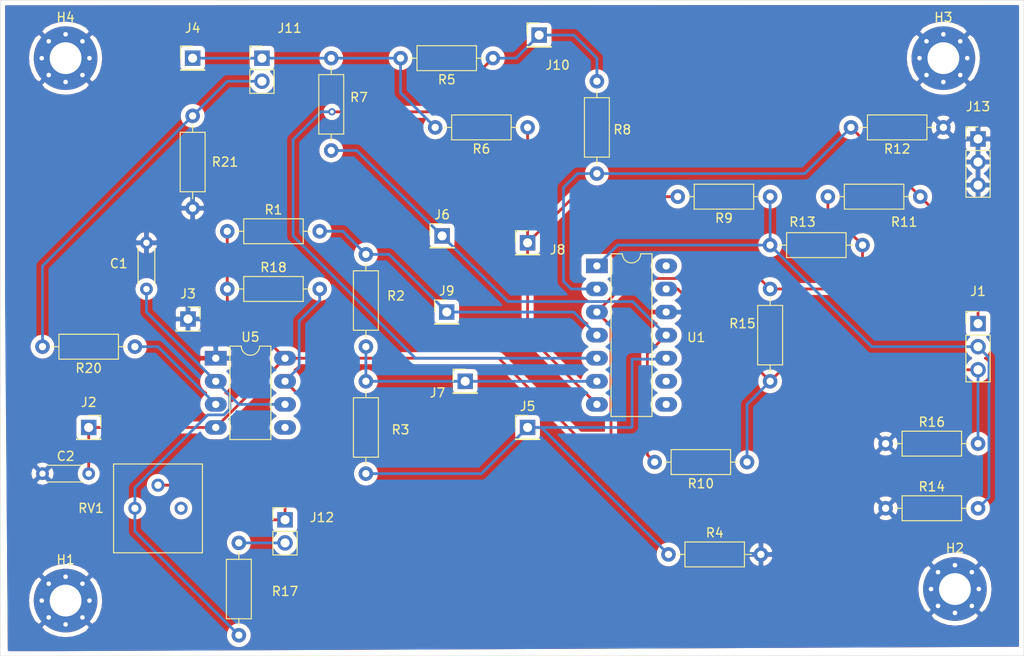
<source format=kicad_pcb>
(kicad_pcb (version 20171130) (host pcbnew "(5.1.6)-1")
  (layers (0 F.Cu signal) (31 B.Cu signal) (34 B.Paste user) (35 F.Paste user) (36 B.SilkS user) (37 F.SilkS user) (38 B.Mask user) (39 F.Mask user) (44 Edge.Cuts user))
  (net 0 "")
  (net 1 "Net-(C1-Pad1)")
  (net 2 GND)
  (net 3 1out)
  (net 4 3out)
  (net 5 5out)
  (net 6 +9V)
  (net 7 Tsig)
  (net 8 "Net-(J5-Pad1)")
  (net 9 "Net-(J6-Pad1)")
  (net 10 "Net-(J7-Pad1)")
  (net 11 "Net-(J8-Pad1)")
  (net 12 "Net-(J9-Pad1)")
  (net 13 "Net-(J10-Pad1)")
  (net 14 "Net-(J11-Pad2)")
  (net 15 "Net-(J12-Pad2)")
  (net 16 "Net-(J12-Pad1)")
  (net 17 "Net-(R20-Pad1)")
  (net 18 "Net-(RV1-Pad1)")
  (net 19 "Net-(U5-Pad5)")
  (module Package_DIP:DIP-8_W7.62mm_LongPads (layer F.Cu) (at 149.86 80.01)
    (fp_text reference U5 (at 3.81 -2.33) (layer F.SilkS))
    (fp_text value NA555P)
    (fp_line (start 6.06 -1.33) (end 4.81 -1.33) (layer F.SilkS) (width 0.12))
    (fp_line (start 6.06 8.95) (end 6.06 -1.33) (layer F.SilkS) (width 0.12))
    (fp_line (start 1.56 8.95) (end 6.06 8.95) (layer F.SilkS) (width 0.12))
    (fp_line (start 1.56 -1.33) (end 1.56 8.95) (layer F.SilkS) (width 0.12))
    (fp_line (start 2.81 -1.33) (end 1.56 -1.33) (layer F.SilkS) (width 0.12))
    (fp_arc (start 3.81 -1.33) (end 2.81 -1.33) (angle -180) (layer F.SilkS) (width 0.12))
    (pad 1 thru_hole rect (at 0 0) (size 2.4 1.6) (drill 0.8) (layers *.Cu *.Mask) (net 2 GND))
    (pad 5 thru_hole oval (at 7.62 7.62) (size 2.4 1.6) (drill 0.8) (layers *.Cu *.Mask) (net 19 "Net-(U5-Pad5)"))
    (pad 2 thru_hole oval (at 0 2.54) (size 2.4 1.6) (drill 0.8) (layers *.Cu *.Mask) (net 1 "Net-(C1-Pad1)"))
    (pad 6 thru_hole oval (at 7.62 5.08) (size 2.4 1.6) (drill 0.8) (layers *.Cu *.Mask) (net 1 "Net-(C1-Pad1)"))
    (pad 3 thru_hole oval (at 0 5.08) (size 2.4 1.6) (drill 0.8) (layers *.Cu *.Mask) (net 17 "Net-(R20-Pad1)"))
    (pad 7 thru_hole oval (at 7.62 2.54) (size 2.4 1.6) (drill 0.8) (layers *.Cu *.Mask) (net 16 "Net-(J12-Pad1)"))
    (pad 4 thru_hole oval (at 0 7.62) (size 2.4 1.6) (drill 0.8) (layers *.Cu *.Mask) (net 6 +9V))
    (pad 8 thru_hole oval (at 7.62 0) (size 2.4 1.6) (drill 0.8) (layers *.Cu *.Mask) (net 6 +9V))
  )
  (module Connector_PinHeader_2.54mm:PinHeader_1x03_P2.54mm_Vertical (layer F.Cu) (at 233.68 55.88)
    (fp_text reference J13 (at 0 -3.556) (layer F.SilkS))
    (fp_text value Conn_01x03)
    (fp_line (start -1.33 -1.33) (end 0 -1.33) (layer F.SilkS) (width 0.12))
    (fp_line (start -1.33 0) (end -1.33 -1.33) (layer F.SilkS) (width 0.12))
    (fp_line (start -1.33 1.27) (end 1.33 1.27) (layer F.SilkS) (width 0.12))
    (fp_line (start 1.33 1.27) (end 1.33 6.41) (layer F.SilkS) (width 0.12))
    (fp_line (start -1.33 1.27) (end -1.33 6.41) (layer F.SilkS) (width 0.12))
    (fp_line (start -1.33 6.41) (end 1.33 6.41) (layer F.SilkS) (width 0.12))
    (pad 1 thru_hole rect (at 0 0) (size 1.7 1.7) (drill 1) (layers *.Cu *.Mask) (net 2 GND))
    (pad 2 thru_hole oval (at 0 2.54) (size 1.7 1.7) (drill 1) (layers *.Cu *.Mask) (net 2 GND))
    (pad 3 thru_hole oval (at 0 5.08) (size 1.7 1.7) (drill 1) (layers *.Cu *.Mask) (net 2 GND))
  )
  (module Resistor_THT:R_Axial_DIN0207_L6.3mm_D2.5mm_P10.16mm_Horizontal (layer F.Cu) (at 151.13 66.04)
    (fp_text reference R1 (at 5.08 -2.37) (layer F.SilkS))
    (fp_text value 150k)
    (fp_line (start 9.12 0) (end 8.35 0) (layer F.SilkS) (width 0.12))
    (fp_line (start 1.04 0) (end 1.81 0) (layer F.SilkS) (width 0.12))
    (fp_line (start 8.35 -1.37) (end 1.81 -1.37) (layer F.SilkS) (width 0.12))
    (fp_line (start 8.35 1.37) (end 8.35 -1.37) (layer F.SilkS) (width 0.12))
    (fp_line (start 1.81 1.37) (end 8.35 1.37) (layer F.SilkS) (width 0.12))
    (fp_line (start 1.81 -1.37) (end 1.81 1.37) (layer F.SilkS) (width 0.12))
    (pad 1 thru_hole circle (at 0 0) (size 1.6 1.6) (drill 0.8) (layers *.Cu *.Mask) (net 6 +9V))
    (pad 2 thru_hole oval (at 10.16 0) (size 1.6 1.6) (drill 0.8) (layers *.Cu *.Mask) (net 12 "Net-(J9-Pad1)"))
  )
  (module Resistor_THT:R_Axial_DIN0204_L3.6mm_D1.6mm_P5.08mm_Horizontal (layer F.Cu) (at 142.24 72.39 90)
    (fp_text reference C1 (at 2.794 -3.048 180) (layer F.SilkS))
    (fp_text value 1micro)
    (fp_line (start 0.62 0.92) (end 4.46 0.92) (layer F.SilkS) (width 0.12))
    (fp_line (start 0.62 -0.92) (end 4.46 -0.92) (layer F.SilkS) (width 0.12))
    (pad 1 thru_hole circle (at 0 0 90) (size 1.4 1.4) (drill 0.7) (layers *.Cu *.Mask) (net 1 "Net-(C1-Pad1)"))
    (pad 2 thru_hole oval (at 5.08 0 90) (size 1.4 1.4) (drill 0.7) (layers *.Cu *.Mask) (net 2 GND))
  )
  (module Connector_PinHeader_2.54mm:PinHeader_1x03_P2.54mm_Vertical (layer F.Cu) (at 233.68 76.2)
    (fp_text reference J1 (at 0 -3.556) (layer F.SilkS))
    (fp_text value Conn_01x03)
    (fp_line (start -1.33 6.41) (end 1.33 6.41) (layer F.SilkS) (width 0.12))
    (fp_line (start -1.33 1.27) (end -1.33 6.41) (layer F.SilkS) (width 0.12))
    (fp_line (start 1.33 1.27) (end 1.33 6.41) (layer F.SilkS) (width 0.12))
    (fp_line (start -1.33 1.27) (end 1.33 1.27) (layer F.SilkS) (width 0.12))
    (fp_line (start -1.33 0) (end -1.33 -1.33) (layer F.SilkS) (width 0.12))
    (fp_line (start -1.33 -1.33) (end 0 -1.33) (layer F.SilkS) (width 0.12))
    (pad 3 thru_hole oval (at 0 5.08) (size 1.7 1.7) (drill 1) (layers *.Cu *.Mask) (net 3 1out))
    (pad 2 thru_hole oval (at 0 2.54) (size 1.7 1.7) (drill 1) (layers *.Cu *.Mask) (net 4 3out))
    (pad 1 thru_hole rect (at 0 0) (size 1.7 1.7) (drill 1) (layers *.Cu *.Mask) (net 5 5out))
  )
  (module Connector_PinSocket_2.54mm:PinSocket_1x01_P2.54mm_Vertical (layer F.Cu) (at 135.89 87.63)
    (fp_text reference J2 (at 0 -2.77) (layer F.SilkS))
    (fp_text value Conn_01x01)
    (fp_line (start 0 -1.33) (end 1.33 -1.33) (layer F.SilkS) (width 0.12))
    (fp_line (start 1.33 -1.33) (end 1.33 0) (layer F.SilkS) (width 0.12))
    (fp_line (start 1.33 1.21) (end 1.33 1.33) (layer F.SilkS) (width 0.12))
    (fp_line (start -1.33 1.21) (end -1.33 1.33) (layer F.SilkS) (width 0.12))
    (fp_line (start -1.33 1.33) (end 1.33 1.33) (layer F.SilkS) (width 0.12))
    (pad 1 thru_hole rect (at 0 0) (size 1.7 1.7) (drill 1) (layers *.Cu *.Mask) (net 6 +9V))
  )
  (module Connector_PinSocket_2.54mm:PinSocket_1x01_P2.54mm_Vertical (layer F.Cu) (at 146.812 75.692)
    (fp_text reference J3 (at 0 -2.77) (layer F.SilkS))
    (fp_text value Conn_01x01)
    (fp_line (start -1.33 1.33) (end 1.33 1.33) (layer F.SilkS) (width 0.12))
    (fp_line (start -1.33 1.21) (end -1.33 1.33) (layer F.SilkS) (width 0.12))
    (fp_line (start 1.33 1.21) (end 1.33 1.33) (layer F.SilkS) (width 0.12))
    (fp_line (start 1.33 -1.33) (end 1.33 0) (layer F.SilkS) (width 0.12))
    (fp_line (start 0 -1.33) (end 1.33 -1.33) (layer F.SilkS) (width 0.12))
    (pad 1 thru_hole rect (at 0 0) (size 1.7 1.7) (drill 1) (layers *.Cu *.Mask) (net 2 GND))
  )
  (module Connector_PinHeader_2.54mm:PinHeader_1x01_P2.54mm_Vertical (layer F.Cu) (at 147.32 46.99)
    (fp_text reference J4 (at 0 -3.302) (layer F.SilkS))
    (fp_text value Conn_01x01)
    (fp_line (start -1.33 -1.33) (end 0 -1.33) (layer F.SilkS) (width 0.12))
    (fp_line (start -1.33 0) (end -1.33 -1.33) (layer F.SilkS) (width 0.12))
    (fp_line (start -1.33 1.27) (end 1.33 1.27) (layer F.SilkS) (width 0.12))
    (fp_line (start 1.33 1.27) (end 1.33 1.33) (layer F.SilkS) (width 0.12))
    (fp_line (start -1.33 1.27) (end -1.33 1.33) (layer F.SilkS) (width 0.12))
    (fp_line (start -1.33 1.33) (end 1.33 1.33) (layer F.SilkS) (width 0.12))
    (pad 1 thru_hole rect (at 0 0) (size 1.7 1.7) (drill 1) (layers *.Cu *.Mask) (net 7 Tsig))
  )
  (module Connector_PinHeader_2.54mm:PinHeader_1x01_P2.54mm_Vertical (layer F.Cu) (at 184.15 87.63)
    (fp_text reference J5 (at 0 -2.33) (layer F.SilkS))
    (fp_text value Conn_01x01)
    (fp_line (start -1.33 -1.33) (end 0 -1.33) (layer F.SilkS) (width 0.12))
    (fp_line (start -1.33 0) (end -1.33 -1.33) (layer F.SilkS) (width 0.12))
    (fp_line (start -1.33 1.27) (end 1.33 1.27) (layer F.SilkS) (width 0.12))
    (fp_line (start 1.33 1.27) (end 1.33 1.33) (layer F.SilkS) (width 0.12))
    (fp_line (start -1.33 1.27) (end -1.33 1.33) (layer F.SilkS) (width 0.12))
    (fp_line (start -1.33 1.33) (end 1.33 1.33) (layer F.SilkS) (width 0.12))
    (pad 1 thru_hole rect (at 0 0) (size 1.7 1.7) (drill 1) (layers *.Cu *.Mask) (net 8 "Net-(J5-Pad1)"))
  )
  (module Connector_PinHeader_2.54mm:PinHeader_1x01_P2.54mm_Vertical (layer F.Cu) (at 174.752 66.548)
    (fp_text reference J6 (at 0 -2.33) (layer F.SilkS))
    (fp_text value Conn_01x01)
    (fp_line (start -1.33 1.33) (end 1.33 1.33) (layer F.SilkS) (width 0.12))
    (fp_line (start -1.33 1.27) (end -1.33 1.33) (layer F.SilkS) (width 0.12))
    (fp_line (start 1.33 1.27) (end 1.33 1.33) (layer F.SilkS) (width 0.12))
    (fp_line (start -1.33 1.27) (end 1.33 1.27) (layer F.SilkS) (width 0.12))
    (fp_line (start -1.33 0) (end -1.33 -1.33) (layer F.SilkS) (width 0.12))
    (fp_line (start -1.33 -1.33) (end 0 -1.33) (layer F.SilkS) (width 0.12))
    (pad 1 thru_hole rect (at 0 0) (size 1.7 1.7) (drill 1) (layers *.Cu *.Mask) (net 9 "Net-(J6-Pad1)"))
  )
  (module Connector_PinHeader_2.54mm:PinHeader_1x01_P2.54mm_Vertical (layer F.Cu) (at 177.292 82.55)
    (fp_text reference J7 (at -3.048 1.27) (layer F.SilkS))
    (fp_text value Conn_01x01)
    (fp_line (start -1.33 1.33) (end 1.33 1.33) (layer F.SilkS) (width 0.12))
    (fp_line (start -1.33 1.27) (end -1.33 1.33) (layer F.SilkS) (width 0.12))
    (fp_line (start 1.33 1.27) (end 1.33 1.33) (layer F.SilkS) (width 0.12))
    (fp_line (start -1.33 1.27) (end 1.33 1.27) (layer F.SilkS) (width 0.12))
    (fp_line (start -1.33 0) (end -1.33 -1.33) (layer F.SilkS) (width 0.12))
    (fp_line (start -1.33 -1.33) (end 0 -1.33) (layer F.SilkS) (width 0.12))
    (pad 1 thru_hole rect (at 0 0) (size 1.7 1.7) (drill 1) (layers *.Cu *.Mask) (net 10 "Net-(J7-Pad1)"))
  )
  (module Connector_PinHeader_2.54mm:PinHeader_1x01_P2.54mm_Vertical (layer F.Cu) (at 184.15 67.31)
    (fp_text reference J8 (at 3.302 0.762) (layer F.SilkS))
    (fp_text value Conn_01x01)
    (fp_line (start -1.33 -1.33) (end 0 -1.33) (layer F.SilkS) (width 0.12))
    (fp_line (start -1.33 0) (end -1.33 -1.33) (layer F.SilkS) (width 0.12))
    (fp_line (start -1.33 1.27) (end 1.33 1.27) (layer F.SilkS) (width 0.12))
    (fp_line (start 1.33 1.27) (end 1.33 1.33) (layer F.SilkS) (width 0.12))
    (fp_line (start -1.33 1.27) (end -1.33 1.33) (layer F.SilkS) (width 0.12))
    (fp_line (start -1.33 1.33) (end 1.33 1.33) (layer F.SilkS) (width 0.12))
    (pad 1 thru_hole rect (at 0 0) (size 1.7 1.7) (drill 1) (layers *.Cu *.Mask) (net 11 "Net-(J8-Pad1)"))
  )
  (module Connector_PinHeader_2.54mm:PinHeader_1x01_P2.54mm_Vertical (layer F.Cu) (at 175.26 74.93)
    (fp_text reference J9 (at 0 -2.33) (layer F.SilkS))
    (fp_text value Conn_01x01)
    (fp_line (start -1.33 -1.33) (end 0 -1.33) (layer F.SilkS) (width 0.12))
    (fp_line (start -1.33 0) (end -1.33 -1.33) (layer F.SilkS) (width 0.12))
    (fp_line (start -1.33 1.27) (end 1.33 1.27) (layer F.SilkS) (width 0.12))
    (fp_line (start 1.33 1.27) (end 1.33 1.33) (layer F.SilkS) (width 0.12))
    (fp_line (start -1.33 1.27) (end -1.33 1.33) (layer F.SilkS) (width 0.12))
    (fp_line (start -1.33 1.33) (end 1.33 1.33) (layer F.SilkS) (width 0.12))
    (pad 1 thru_hole rect (at 0 0) (size 1.7 1.7) (drill 1) (layers *.Cu *.Mask) (net 12 "Net-(J9-Pad1)"))
  )
  (module Connector_PinHeader_2.54mm:PinHeader_1x01_P2.54mm_Vertical (layer F.Cu) (at 185.42 44.45)
    (fp_text reference J10 (at 2.032 3.302) (layer F.SilkS))
    (fp_text value Conn_01x01)
    (fp_line (start -1.33 1.33) (end 1.33 1.33) (layer F.SilkS) (width 0.12))
    (fp_line (start -1.33 1.27) (end -1.33 1.33) (layer F.SilkS) (width 0.12))
    (fp_line (start 1.33 1.27) (end 1.33 1.33) (layer F.SilkS) (width 0.12))
    (fp_line (start -1.33 1.27) (end 1.33 1.27) (layer F.SilkS) (width 0.12))
    (fp_line (start -1.33 0) (end -1.33 -1.33) (layer F.SilkS) (width 0.12))
    (fp_line (start -1.33 -1.33) (end 0 -1.33) (layer F.SilkS) (width 0.12))
    (pad 1 thru_hole rect (at 0 0) (size 1.7 1.7) (drill 1) (layers *.Cu *.Mask) (net 13 "Net-(J10-Pad1)"))
  )
  (module Connector_PinHeader_2.54mm:PinHeader_1x02_P2.54mm_Vertical (layer F.Cu) (at 154.94 46.99)
    (fp_text reference J11 (at 3.048 -3.302) (layer F.SilkS))
    (fp_text value Conn_01x02)
    (fp_line (start -1.33 -1.33) (end 0 -1.33) (layer F.SilkS) (width 0.12))
    (fp_line (start -1.33 0) (end -1.33 -1.33) (layer F.SilkS) (width 0.12))
    (fp_line (start -1.33 1.27) (end 1.33 1.27) (layer F.SilkS) (width 0.12))
    (fp_line (start 1.33 1.27) (end 1.33 3.87) (layer F.SilkS) (width 0.12))
    (fp_line (start -1.33 1.27) (end -1.33 3.87) (layer F.SilkS) (width 0.12))
    (fp_line (start -1.33 3.87) (end 1.33 3.87) (layer F.SilkS) (width 0.12))
    (pad 1 thru_hole rect (at 0 0) (size 1.7 1.7) (drill 1) (layers *.Cu *.Mask) (net 7 Tsig))
    (pad 2 thru_hole oval (at 0 2.54) (size 1.7 1.7) (drill 1) (layers *.Cu *.Mask) (net 14 "Net-(J11-Pad2)"))
  )
  (module Connector_PinHeader_2.54mm:PinHeader_1x02_P2.54mm_Vertical (layer F.Cu) (at 157.48 97.79)
    (fp_text reference J12 (at 4.064 -0.254) (layer F.SilkS))
    (fp_text value Conn_01x02)
    (fp_line (start -1.33 3.87) (end 1.33 3.87) (layer F.SilkS) (width 0.12))
    (fp_line (start -1.33 1.27) (end -1.33 3.87) (layer F.SilkS) (width 0.12))
    (fp_line (start 1.33 1.27) (end 1.33 3.87) (layer F.SilkS) (width 0.12))
    (fp_line (start -1.33 1.27) (end 1.33 1.27) (layer F.SilkS) (width 0.12))
    (fp_line (start -1.33 0) (end -1.33 -1.33) (layer F.SilkS) (width 0.12))
    (fp_line (start -1.33 -1.33) (end 0 -1.33) (layer F.SilkS) (width 0.12))
    (pad 2 thru_hole oval (at 0 2.54) (size 1.7 1.7) (drill 1) (layers *.Cu *.Mask) (net 15 "Net-(J12-Pad2)"))
    (pad 1 thru_hole rect (at 0 0) (size 1.7 1.7) (drill 1) (layers *.Cu *.Mask) (net 16 "Net-(J12-Pad1)"))
  )
  (module Resistor_THT:R_Axial_DIN0207_L6.3mm_D2.5mm_P10.16mm_Horizontal (layer F.Cu) (at 166.37 68.58 270)
    (fp_text reference R2 (at 4.572 -3.302 180) (layer F.SilkS))
    (fp_text value 62k)
    (fp_line (start 9.12 0) (end 8.35 0) (layer F.SilkS) (width 0.12))
    (fp_line (start 1.04 0) (end 1.81 0) (layer F.SilkS) (width 0.12))
    (fp_line (start 8.35 -1.37) (end 1.81 -1.37) (layer F.SilkS) (width 0.12))
    (fp_line (start 8.35 1.37) (end 8.35 -1.37) (layer F.SilkS) (width 0.12))
    (fp_line (start 1.81 1.37) (end 8.35 1.37) (layer F.SilkS) (width 0.12))
    (fp_line (start 1.81 -1.37) (end 1.81 1.37) (layer F.SilkS) (width 0.12))
    (pad 1 thru_hole circle (at 0 0 270) (size 1.6 1.6) (drill 0.8) (layers *.Cu *.Mask) (net 12 "Net-(J9-Pad1)"))
    (pad 2 thru_hole oval (at 10.16 0 270) (size 1.6 1.6) (drill 0.8) (layers *.Cu *.Mask) (net 10 "Net-(J7-Pad1)"))
  )
  (module Resistor_THT:R_Axial_DIN0207_L6.3mm_D2.5mm_P10.16mm_Horizontal (layer F.Cu) (at 166.37 82.55 270)
    (fp_text reference R3 (at 5.334 -3.81 180) (layer F.SilkS))
    (fp_text value 56k)
    (fp_line (start 1.81 -1.37) (end 1.81 1.37) (layer F.SilkS) (width 0.12))
    (fp_line (start 1.81 1.37) (end 8.35 1.37) (layer F.SilkS) (width 0.12))
    (fp_line (start 8.35 1.37) (end 8.35 -1.37) (layer F.SilkS) (width 0.12))
    (fp_line (start 8.35 -1.37) (end 1.81 -1.37) (layer F.SilkS) (width 0.12))
    (fp_line (start 1.04 0) (end 1.81 0) (layer F.SilkS) (width 0.12))
    (fp_line (start 9.12 0) (end 8.35 0) (layer F.SilkS) (width 0.12))
    (pad 2 thru_hole oval (at 10.16 0 270) (size 1.6 1.6) (drill 0.8) (layers *.Cu *.Mask) (net 8 "Net-(J5-Pad1)"))
    (pad 1 thru_hole circle (at 0 0 270) (size 1.6 1.6) (drill 0.8) (layers *.Cu *.Mask) (net 10 "Net-(J7-Pad1)"))
  )
  (module Resistor_THT:R_Axial_DIN0207_L6.3mm_D2.5mm_P10.16mm_Horizontal (layer F.Cu) (at 199.644 101.6)
    (fp_text reference R4 (at 5.08 -2.37) (layer F.SilkS))
    (fp_text value 62k)
    (fp_line (start 9.12 0) (end 8.35 0) (layer F.SilkS) (width 0.12))
    (fp_line (start 1.04 0) (end 1.81 0) (layer F.SilkS) (width 0.12))
    (fp_line (start 8.35 -1.37) (end 1.81 -1.37) (layer F.SilkS) (width 0.12))
    (fp_line (start 8.35 1.37) (end 8.35 -1.37) (layer F.SilkS) (width 0.12))
    (fp_line (start 1.81 1.37) (end 8.35 1.37) (layer F.SilkS) (width 0.12))
    (fp_line (start 1.81 -1.37) (end 1.81 1.37) (layer F.SilkS) (width 0.12))
    (pad 1 thru_hole circle (at 0 0) (size 1.6 1.6) (drill 0.8) (layers *.Cu *.Mask) (net 8 "Net-(J5-Pad1)"))
    (pad 2 thru_hole oval (at 10.16 0) (size 1.6 1.6) (drill 0.8) (layers *.Cu *.Mask) (net 2 GND))
  )
  (module Resistor_THT:R_Axial_DIN0207_L6.3mm_D2.5mm_P10.16mm_Horizontal (layer F.Cu) (at 180.34 46.99 180)
    (fp_text reference R5 (at 5.08 -2.37) (layer F.SilkS))
    (fp_text value 47k)
    (fp_line (start 1.81 -1.37) (end 1.81 1.37) (layer F.SilkS) (width 0.12))
    (fp_line (start 1.81 1.37) (end 8.35 1.37) (layer F.SilkS) (width 0.12))
    (fp_line (start 8.35 1.37) (end 8.35 -1.37) (layer F.SilkS) (width 0.12))
    (fp_line (start 8.35 -1.37) (end 1.81 -1.37) (layer F.SilkS) (width 0.12))
    (fp_line (start 1.04 0) (end 1.81 0) (layer F.SilkS) (width 0.12))
    (fp_line (start 9.12 0) (end 8.35 0) (layer F.SilkS) (width 0.12))
    (pad 2 thru_hole oval (at 10.16 0 180) (size 1.6 1.6) (drill 0.8) (layers *.Cu *.Mask) (net 7 Tsig))
    (pad 1 thru_hole circle (at 0 0 180) (size 1.6 1.6) (drill 0.8) (layers *.Cu *.Mask) (net 13 "Net-(J10-Pad1)"))
  )
  (module Resistor_THT:R_Axial_DIN0207_L6.3mm_D2.5mm_P10.16mm_Horizontal (layer F.Cu) (at 184.15 54.61 180)
    (fp_text reference R6 (at 5.08 -2.37) (layer F.SilkS))
    (fp_text value 68k)
    (fp_line (start 1.81 -1.37) (end 1.81 1.37) (layer F.SilkS) (width 0.12))
    (fp_line (start 1.81 1.37) (end 8.35 1.37) (layer F.SilkS) (width 0.12))
    (fp_line (start 8.35 1.37) (end 8.35 -1.37) (layer F.SilkS) (width 0.12))
    (fp_line (start 8.35 -1.37) (end 1.81 -1.37) (layer F.SilkS) (width 0.12))
    (fp_line (start 1.04 0) (end 1.81 0) (layer F.SilkS) (width 0.12))
    (fp_line (start 9.12 0) (end 8.35 0) (layer F.SilkS) (width 0.12))
    (pad 2 thru_hole oval (at 10.16 0 180) (size 1.6 1.6) (drill 0.8) (layers *.Cu *.Mask) (net 7 Tsig))
    (pad 1 thru_hole circle (at 0 0 180) (size 1.6 1.6) (drill 0.8) (layers *.Cu *.Mask) (net 11 "Net-(J8-Pad1)"))
  )
  (module Resistor_THT:R_Axial_DIN0207_L6.3mm_D2.5mm_P10.16mm_Horizontal (layer F.Cu) (at 162.56 57.15 90)
    (fp_text reference R7 (at 5.842 3.048 180) (layer F.SilkS))
    (fp_text value 160k)
    (fp_line (start 1.81 -1.37) (end 1.81 1.37) (layer F.SilkS) (width 0.12))
    (fp_line (start 1.81 1.37) (end 8.35 1.37) (layer F.SilkS) (width 0.12))
    (fp_line (start 8.35 1.37) (end 8.35 -1.37) (layer F.SilkS) (width 0.12))
    (fp_line (start 8.35 -1.37) (end 1.81 -1.37) (layer F.SilkS) (width 0.12))
    (fp_line (start 1.04 0) (end 1.81 0) (layer F.SilkS) (width 0.12))
    (fp_line (start 9.12 0) (end 8.35 0) (layer F.SilkS) (width 0.12))
    (pad 2 thru_hole oval (at 10.16 0 90) (size 1.6 1.6) (drill 0.8) (layers *.Cu *.Mask) (net 7 Tsig))
    (pad 1 thru_hole circle (at 0 0 90) (size 1.6 1.6) (drill 0.8) (layers *.Cu *.Mask) (net 9 "Net-(J6-Pad1)"))
  )
  (module Resistor_THT:R_Axial_DIN0207_L6.3mm_D2.5mm_P10.16mm_Horizontal (layer F.Cu) (at 191.77 59.69 90)
    (fp_text reference R8 (at 4.826 2.794 180) (layer F.SilkS))
    (fp_text value 1M)
    (fp_line (start 9.12 0) (end 8.35 0) (layer F.SilkS) (width 0.12))
    (fp_line (start 1.04 0) (end 1.81 0) (layer F.SilkS) (width 0.12))
    (fp_line (start 8.35 -1.37) (end 1.81 -1.37) (layer F.SilkS) (width 0.12))
    (fp_line (start 8.35 1.37) (end 8.35 -1.37) (layer F.SilkS) (width 0.12))
    (fp_line (start 1.81 1.37) (end 8.35 1.37) (layer F.SilkS) (width 0.12))
    (fp_line (start 1.81 -1.37) (end 1.81 1.37) (layer F.SilkS) (width 0.12))
    (pad 1 thru_hole circle (at 0 0 90) (size 1.6 1.6) (drill 0.8) (layers *.Cu *.Mask) (net 5 5out))
    (pad 2 thru_hole oval (at 10.16 0 90) (size 1.6 1.6) (drill 0.8) (layers *.Cu *.Mask) (net 13 "Net-(J10-Pad1)"))
  )
  (module Resistor_THT:R_Axial_DIN0207_L6.3mm_D2.5mm_P10.16mm_Horizontal (layer F.Cu) (at 210.82 62.23 180)
    (fp_text reference R9 (at 5.08 -2.37) (layer F.SilkS))
    (fp_text value 1M)
    (fp_line (start 9.12 0) (end 8.35 0) (layer F.SilkS) (width 0.12))
    (fp_line (start 1.04 0) (end 1.81 0) (layer F.SilkS) (width 0.12))
    (fp_line (start 8.35 -1.37) (end 1.81 -1.37) (layer F.SilkS) (width 0.12))
    (fp_line (start 8.35 1.37) (end 8.35 -1.37) (layer F.SilkS) (width 0.12))
    (fp_line (start 1.81 1.37) (end 8.35 1.37) (layer F.SilkS) (width 0.12))
    (fp_line (start 1.81 -1.37) (end 1.81 1.37) (layer F.SilkS) (width 0.12))
    (pad 1 thru_hole circle (at 0 0 180) (size 1.6 1.6) (drill 0.8) (layers *.Cu *.Mask) (net 4 3out))
    (pad 2 thru_hole oval (at 10.16 0 180) (size 1.6 1.6) (drill 0.8) (layers *.Cu *.Mask) (net 11 "Net-(J8-Pad1)"))
  )
  (module Resistor_THT:R_Axial_DIN0207_L6.3mm_D2.5mm_P10.16mm_Horizontal (layer F.Cu) (at 208.28 91.44 180)
    (fp_text reference R10 (at 5.08 -2.37) (layer F.SilkS))
    (fp_text value 1M)
    (fp_line (start 1.81 -1.37) (end 1.81 1.37) (layer F.SilkS) (width 0.12))
    (fp_line (start 1.81 1.37) (end 8.35 1.37) (layer F.SilkS) (width 0.12))
    (fp_line (start 8.35 1.37) (end 8.35 -1.37) (layer F.SilkS) (width 0.12))
    (fp_line (start 8.35 -1.37) (end 1.81 -1.37) (layer F.SilkS) (width 0.12))
    (fp_line (start 1.04 0) (end 1.81 0) (layer F.SilkS) (width 0.12))
    (fp_line (start 9.12 0) (end 8.35 0) (layer F.SilkS) (width 0.12))
    (pad 2 thru_hole oval (at 10.16 0 180) (size 1.6 1.6) (drill 0.8) (layers *.Cu *.Mask) (net 9 "Net-(J6-Pad1)"))
    (pad 1 thru_hole circle (at 0 0 180) (size 1.6 1.6) (drill 0.8) (layers *.Cu *.Mask) (net 3 1out))
  )
  (module Resistor_THT:R_Axial_DIN0207_L6.3mm_D2.5mm_P10.16mm_Horizontal (layer F.Cu) (at 227.33 62.23 180)
    (fp_text reference R11 (at 1.778 -2.794) (layer F.SilkS))
    (fp_text value 16k)
    (fp_line (start 9.12 0) (end 8.35 0) (layer F.SilkS) (width 0.12))
    (fp_line (start 1.04 0) (end 1.81 0) (layer F.SilkS) (width 0.12))
    (fp_line (start 8.35 -1.37) (end 1.81 -1.37) (layer F.SilkS) (width 0.12))
    (fp_line (start 8.35 1.37) (end 8.35 -1.37) (layer F.SilkS) (width 0.12))
    (fp_line (start 1.81 1.37) (end 8.35 1.37) (layer F.SilkS) (width 0.12))
    (fp_line (start 1.81 -1.37) (end 1.81 1.37) (layer F.SilkS) (width 0.12))
    (pad 1 thru_hole circle (at 0 0 180) (size 1.6 1.6) (drill 0.8) (layers *.Cu *.Mask) (net 5 5out))
    (pad 2 thru_hole oval (at 10.16 0 180) (size 1.6 1.6) (drill 0.8) (layers *.Cu *.Mask) (net 6 +9V))
  )
  (module Resistor_THT:R_Axial_DIN0207_L6.3mm_D2.5mm_P10.16mm_Horizontal (layer F.Cu) (at 229.87 54.61 180)
    (fp_text reference R12 (at 5.08 -2.37) (layer F.SilkS))
    (fp_text value 20k)
    (fp_line (start 1.81 -1.37) (end 1.81 1.37) (layer F.SilkS) (width 0.12))
    (fp_line (start 1.81 1.37) (end 8.35 1.37) (layer F.SilkS) (width 0.12))
    (fp_line (start 8.35 1.37) (end 8.35 -1.37) (layer F.SilkS) (width 0.12))
    (fp_line (start 8.35 -1.37) (end 1.81 -1.37) (layer F.SilkS) (width 0.12))
    (fp_line (start 1.04 0) (end 1.81 0) (layer F.SilkS) (width 0.12))
    (fp_line (start 9.12 0) (end 8.35 0) (layer F.SilkS) (width 0.12))
    (pad 2 thru_hole oval (at 10.16 0 180) (size 1.6 1.6) (drill 0.8) (layers *.Cu *.Mask) (net 5 5out))
    (pad 1 thru_hole circle (at 0 0 180) (size 1.6 1.6) (drill 0.8) (layers *.Cu *.Mask) (net 2 GND))
  )
  (module Resistor_THT:R_Axial_DIN0207_L6.3mm_D2.5mm_P10.16mm_Horizontal (layer F.Cu) (at 210.82 67.564)
    (fp_text reference R13 (at 3.556 -2.54) (layer F.SilkS))
    (fp_text value 62k)
    (fp_line (start 9.12 0) (end 8.35 0) (layer F.SilkS) (width 0.12))
    (fp_line (start 1.04 0) (end 1.81 0) (layer F.SilkS) (width 0.12))
    (fp_line (start 8.35 -1.37) (end 1.81 -1.37) (layer F.SilkS) (width 0.12))
    (fp_line (start 8.35 1.37) (end 8.35 -1.37) (layer F.SilkS) (width 0.12))
    (fp_line (start 1.81 1.37) (end 8.35 1.37) (layer F.SilkS) (width 0.12))
    (fp_line (start 1.81 -1.37) (end 1.81 1.37) (layer F.SilkS) (width 0.12))
    (pad 1 thru_hole circle (at 0 0) (size 1.6 1.6) (drill 0.8) (layers *.Cu *.Mask) (net 4 3out))
    (pad 2 thru_hole oval (at 10.16 0) (size 1.6 1.6) (drill 0.8) (layers *.Cu *.Mask) (net 6 +9V))
  )
  (module Resistor_THT:R_Axial_DIN0207_L6.3mm_D2.5mm_P10.16mm_Horizontal (layer F.Cu) (at 223.52 96.52)
    (fp_text reference R14 (at 5.08 -2.37) (layer F.SilkS))
    (fp_text value 36k)
    (fp_line (start 1.81 -1.37) (end 1.81 1.37) (layer F.SilkS) (width 0.12))
    (fp_line (start 1.81 1.37) (end 8.35 1.37) (layer F.SilkS) (width 0.12))
    (fp_line (start 8.35 1.37) (end 8.35 -1.37) (layer F.SilkS) (width 0.12))
    (fp_line (start 8.35 -1.37) (end 1.81 -1.37) (layer F.SilkS) (width 0.12))
    (fp_line (start 1.04 0) (end 1.81 0) (layer F.SilkS) (width 0.12))
    (fp_line (start 9.12 0) (end 8.35 0) (layer F.SilkS) (width 0.12))
    (pad 2 thru_hole oval (at 10.16 0) (size 1.6 1.6) (drill 0.8) (layers *.Cu *.Mask) (net 4 3out))
    (pad 1 thru_hole circle (at 0 0) (size 1.6 1.6) (drill 0.8) (layers *.Cu *.Mask) (net 2 GND))
  )
  (module Resistor_THT:R_Axial_DIN0207_L6.3mm_D2.5mm_P10.16mm_Horizontal (layer F.Cu) (at 210.82 82.55 90)
    (fp_text reference R15 (at 6.35 -3.048 180) (layer F.SilkS))
    (fp_text value 52k)
    (fp_line (start 9.12 0) (end 8.35 0) (layer F.SilkS) (width 0.12))
    (fp_line (start 1.04 0) (end 1.81 0) (layer F.SilkS) (width 0.12))
    (fp_line (start 8.35 -1.37) (end 1.81 -1.37) (layer F.SilkS) (width 0.12))
    (fp_line (start 8.35 1.37) (end 8.35 -1.37) (layer F.SilkS) (width 0.12))
    (fp_line (start 1.81 1.37) (end 8.35 1.37) (layer F.SilkS) (width 0.12))
    (fp_line (start 1.81 -1.37) (end 1.81 1.37) (layer F.SilkS) (width 0.12))
    (pad 1 thru_hole circle (at 0 0 90) (size 1.6 1.6) (drill 0.8) (layers *.Cu *.Mask) (net 3 1out))
    (pad 2 thru_hole oval (at 10.16 0 90) (size 1.6 1.6) (drill 0.8) (layers *.Cu *.Mask) (net 6 +9V))
  )
  (module Resistor_THT:R_Axial_DIN0207_L6.3mm_D2.5mm_P10.16mm_Horizontal (layer F.Cu) (at 223.52 89.408)
    (fp_text reference R16 (at 5.08 -2.37) (layer F.SilkS))
    (fp_text value 13k)
    (fp_line (start 1.81 -1.37) (end 1.81 1.37) (layer F.SilkS) (width 0.12))
    (fp_line (start 1.81 1.37) (end 8.35 1.37) (layer F.SilkS) (width 0.12))
    (fp_line (start 8.35 1.37) (end 8.35 -1.37) (layer F.SilkS) (width 0.12))
    (fp_line (start 8.35 -1.37) (end 1.81 -1.37) (layer F.SilkS) (width 0.12))
    (fp_line (start 1.04 0) (end 1.81 0) (layer F.SilkS) (width 0.12))
    (fp_line (start 9.12 0) (end 8.35 0) (layer F.SilkS) (width 0.12))
    (pad 2 thru_hole oval (at 10.16 0) (size 1.6 1.6) (drill 0.8) (layers *.Cu *.Mask) (net 3 1out))
    (pad 1 thru_hole circle (at 0 0) (size 1.6 1.6) (drill 0.8) (layers *.Cu *.Mask) (net 2 GND))
  )
  (module Resistor_THT:R_Axial_DIN0207_L6.3mm_D2.5mm_P10.16mm_Horizontal (layer F.Cu) (at 152.4 100.33 270)
    (fp_text reference R17 (at 5.334 -5.08 180) (layer F.SilkS))
    (fp_text value 820)
    (fp_line (start 1.81 -1.37) (end 1.81 1.37) (layer F.SilkS) (width 0.12))
    (fp_line (start 1.81 1.37) (end 8.35 1.37) (layer F.SilkS) (width 0.12))
    (fp_line (start 8.35 1.37) (end 8.35 -1.37) (layer F.SilkS) (width 0.12))
    (fp_line (start 8.35 -1.37) (end 1.81 -1.37) (layer F.SilkS) (width 0.12))
    (fp_line (start 1.04 0) (end 1.81 0) (layer F.SilkS) (width 0.12))
    (fp_line (start 9.12 0) (end 8.35 0) (layer F.SilkS) (width 0.12))
    (pad 2 thru_hole oval (at 10.16 0 270) (size 1.6 1.6) (drill 0.8) (layers *.Cu *.Mask) (net 1 "Net-(C1-Pad1)"))
    (pad 1 thru_hole circle (at 0 0 270) (size 1.6 1.6) (drill 0.8) (layers *.Cu *.Mask) (net 15 "Net-(J12-Pad2)"))
  )
  (module Resistor_THT:R_Axial_DIN0207_L6.3mm_D2.5mm_P10.16mm_Horizontal (layer F.Cu) (at 151.13 72.39)
    (fp_text reference R18 (at 5.08 -2.37) (layer F.SilkS))
    (fp_text value 100)
    (fp_line (start 9.12 0) (end 8.35 0) (layer F.SilkS) (width 0.12))
    (fp_line (start 1.04 0) (end 1.81 0) (layer F.SilkS) (width 0.12))
    (fp_line (start 8.35 -1.37) (end 1.81 -1.37) (layer F.SilkS) (width 0.12))
    (fp_line (start 8.35 1.37) (end 8.35 -1.37) (layer F.SilkS) (width 0.12))
    (fp_line (start 1.81 1.37) (end 8.35 1.37) (layer F.SilkS) (width 0.12))
    (fp_line (start 1.81 -1.37) (end 1.81 1.37) (layer F.SilkS) (width 0.12))
    (pad 1 thru_hole circle (at 0 0) (size 1.6 1.6) (drill 0.8) (layers *.Cu *.Mask) (net 6 +9V))
    (pad 2 thru_hole oval (at 10.16 0) (size 1.6 1.6) (drill 0.8) (layers *.Cu *.Mask) (net 16 "Net-(J12-Pad1)"))
  )
  (module Resistor_THT:R_Axial_DIN0207_L6.3mm_D2.5mm_P10.16mm_Horizontal (layer F.Cu) (at 140.97 78.74 180)
    (fp_text reference R20 (at 5.08 -2.37) (layer F.SilkS))
    (fp_text value 1.8k)
    (fp_line (start 9.12 0) (end 8.35 0) (layer F.SilkS) (width 0.12))
    (fp_line (start 1.04 0) (end 1.81 0) (layer F.SilkS) (width 0.12))
    (fp_line (start 8.35 -1.37) (end 1.81 -1.37) (layer F.SilkS) (width 0.12))
    (fp_line (start 8.35 1.37) (end 8.35 -1.37) (layer F.SilkS) (width 0.12))
    (fp_line (start 1.81 1.37) (end 8.35 1.37) (layer F.SilkS) (width 0.12))
    (fp_line (start 1.81 -1.37) (end 1.81 1.37) (layer F.SilkS) (width 0.12))
    (pad 1 thru_hole circle (at 0 0 180) (size 1.6 1.6) (drill 0.8) (layers *.Cu *.Mask) (net 17 "Net-(R20-Pad1)"))
    (pad 2 thru_hole oval (at 10.16 0 180) (size 1.6 1.6) (drill 0.8) (layers *.Cu *.Mask) (net 14 "Net-(J11-Pad2)"))
  )
  (module Resistor_THT:R_Axial_DIN0207_L6.3mm_D2.5mm_P10.16mm_Horizontal (layer F.Cu) (at 147.32 53.34 270)
    (fp_text reference R21 (at 5.08 -3.556 180) (layer F.SilkS))
    (fp_text value 6.98k)
    (fp_line (start 1.81 -1.37) (end 1.81 1.37) (layer F.SilkS) (width 0.12))
    (fp_line (start 1.81 1.37) (end 8.35 1.37) (layer F.SilkS) (width 0.12))
    (fp_line (start 8.35 1.37) (end 8.35 -1.37) (layer F.SilkS) (width 0.12))
    (fp_line (start 8.35 -1.37) (end 1.81 -1.37) (layer F.SilkS) (width 0.12))
    (fp_line (start 1.04 0) (end 1.81 0) (layer F.SilkS) (width 0.12))
    (fp_line (start 9.12 0) (end 8.35 0) (layer F.SilkS) (width 0.12))
    (pad 2 thru_hole oval (at 10.16 0 270) (size 1.6 1.6) (drill 0.8) (layers *.Cu *.Mask) (net 2 GND))
    (pad 1 thru_hole circle (at 0 0 270) (size 1.6 1.6) (drill 0.8) (layers *.Cu *.Mask) (net 14 "Net-(J11-Pad2)"))
  )
  (module Potentiometer_THT:Potentiometer_Bourns_3386P_Vertical (layer F.Cu) (at 146.05 96.52 90)
    (fp_text reference RV1 (at 0 -9.906 180) (layer F.SilkS))
    (fp_text value 100k)
    (fp_line (start 4.87 -7.425) (end 4.87 2.345) (layer F.SilkS) (width 0.12))
    (fp_line (start -4.9 -7.425) (end -4.9 2.345) (layer F.SilkS) (width 0.12))
    (fp_line (start -4.9 2.345) (end 4.87 2.345) (layer F.SilkS) (width 0.12))
    (fp_line (start -4.9 -7.425) (end 4.87 -7.425) (layer F.SilkS) (width 0.12))
    (pad 3 thru_hole circle (at 0 -5.08 90) (size 1.44 1.44) (drill 0.8) (layers *.Cu *.Mask) (net 1 "Net-(C1-Pad1)"))
    (pad 2 thru_hole circle (at 2.54 -2.54 90) (size 1.44 1.44) (drill 0.8) (layers *.Cu *.Mask) (net 16 "Net-(J12-Pad1)"))
    (pad 1 thru_hole circle (at 0 0 90) (size 1.44 1.44) (drill 0.8) (layers *.Cu *.Mask) (net 18 "Net-(RV1-Pad1)"))
  )
  (module Package_DIP:DIP-14_W7.62mm_LongPads (layer F.Cu) (at 191.77 69.85)
    (fp_text reference U1 (at 10.922 7.874) (layer F.SilkS))
    (fp_text value LM339)
    (fp_line (start 6.06 -1.33) (end 4.81 -1.33) (layer F.SilkS) (width 0.12))
    (fp_line (start 6.06 16.57) (end 6.06 -1.33) (layer F.SilkS) (width 0.12))
    (fp_line (start 1.56 16.57) (end 6.06 16.57) (layer F.SilkS) (width 0.12))
    (fp_line (start 1.56 -1.33) (end 1.56 16.57) (layer F.SilkS) (width 0.12))
    (fp_line (start 2.81 -1.33) (end 1.56 -1.33) (layer F.SilkS) (width 0.12))
    (fp_arc (start 3.81 -1.33) (end 2.81 -1.33) (angle -180) (layer F.SilkS) (width 0.12))
    (pad 1 thru_hole rect (at 0 0) (size 2.4 1.6) (drill 0.8) (layers *.Cu *.Mask) (net 4 3out))
    (pad 8 thru_hole oval (at 7.62 15.24) (size 2.4 1.6) (drill 0.8) (layers *.Cu *.Mask))
    (pad 2 thru_hole oval (at 0 2.54) (size 2.4 1.6) (drill 0.8) (layers *.Cu *.Mask) (net 5 5out))
    (pad 9 thru_hole oval (at 7.62 12.7) (size 2.4 1.6) (drill 0.8) (layers *.Cu *.Mask))
    (pad 3 thru_hole oval (at 0 5.08) (size 2.4 1.6) (drill 0.8) (layers *.Cu *.Mask) (net 6 +9V))
    (pad 10 thru_hole oval (at 7.62 10.16) (size 2.4 1.6) (drill 0.8) (layers *.Cu *.Mask) (net 8 "Net-(J5-Pad1)"))
    (pad 4 thru_hole oval (at 0 7.62) (size 2.4 1.6) (drill 0.8) (layers *.Cu *.Mask) (net 12 "Net-(J9-Pad1)"))
    (pad 11 thru_hole oval (at 7.62 7.62) (size 2.4 1.6) (drill 0.8) (layers *.Cu *.Mask) (net 9 "Net-(J6-Pad1)"))
    (pad 5 thru_hole oval (at 0 10.16) (size 2.4 1.6) (drill 0.8) (layers *.Cu *.Mask) (net 13 "Net-(J10-Pad1)"))
    (pad 12 thru_hole oval (at 7.62 5.08) (size 2.4 1.6) (drill 0.8) (layers *.Cu *.Mask) (net 2 GND))
    (pad 6 thru_hole oval (at 0 12.7) (size 2.4 1.6) (drill 0.8) (layers *.Cu *.Mask) (net 10 "Net-(J7-Pad1)"))
    (pad 13 thru_hole oval (at 7.62 2.54) (size 2.4 1.6) (drill 0.8) (layers *.Cu *.Mask) (net 3 1out))
    (pad 7 thru_hole oval (at 0 15.24) (size 2.4 1.6) (drill 0.8) (layers *.Cu *.Mask) (net 11 "Net-(J8-Pad1)"))
    (pad 14 thru_hole oval (at 7.62 0) (size 2.4 1.6) (drill 0.8) (layers *.Cu *.Mask))
  )
  (module Resistor_THT:R_Axial_DIN0204_L3.6mm_D1.6mm_P5.08mm_Horizontal (layer F.Cu) (at 130.81 92.71)
    (fp_text reference C2 (at 2.54 -1.92) (layer F.SilkS))
    (fp_text value 1micro)
    (fp_line (start 0.62 -0.92) (end 4.46 -0.92) (layer F.SilkS) (width 0.12))
    (fp_line (start 0.62 0.92) (end 4.46 0.92) (layer F.SilkS) (width 0.12))
    (pad 1 thru_hole circle (at 0 0) (size 1.4 1.4) (drill 0.7) (layers *.Cu *.Mask) (net 2 GND))
    (pad 2 thru_hole oval (at 5.08 0) (size 1.4 1.4) (drill 0.7) (layers *.Cu *.Mask) (net 6 +9V))
  )
  (module MountingHole:MountingHole_3.5mm_Pad_Via (layer F.Cu) (at 133.35 106.68)
    (fp_text reference H1 (at 0 -4.5) (layer F.SilkS))
    (fp_text value MountingHole_Pad)
    (pad 1 thru_hole circle (at 0 0) (size 7 7) (drill 3.5) (layers *.Cu *.Mask) (net 2 GND))
    (pad 1 thru_hole circle (at 2.625 0) (size 0.8 0.8) (drill 0.5) (layers *.Cu *.Mask) (net 2 GND))
    (pad 1 thru_hole circle (at 1.856155 1.856155) (size 0.8 0.8) (drill 0.5) (layers *.Cu *.Mask) (net 2 GND))
    (pad 1 thru_hole circle (at 0 2.625) (size 0.8 0.8) (drill 0.5) (layers *.Cu *.Mask) (net 2 GND))
    (pad 1 thru_hole circle (at -1.856155 1.856155) (size 0.8 0.8) (drill 0.5) (layers *.Cu *.Mask) (net 2 GND))
    (pad 1 thru_hole circle (at -2.625 0) (size 0.8 0.8) (drill 0.5) (layers *.Cu *.Mask) (net 2 GND))
    (pad 1 thru_hole circle (at -1.856155 -1.856155) (size 0.8 0.8) (drill 0.5) (layers *.Cu *.Mask) (net 2 GND))
    (pad 1 thru_hole circle (at 0 -2.625) (size 0.8 0.8) (drill 0.5) (layers *.Cu *.Mask) (net 2 GND))
    (pad 1 thru_hole circle (at 1.856155 -1.856155) (size 0.8 0.8) (drill 0.5) (layers *.Cu *.Mask) (net 2 GND))
  )
  (module MountingHole:MountingHole_3.5mm_Pad_Via (layer F.Cu) (at 231.14 105.41)
    (fp_text reference H2 (at 0 -4.5) (layer F.SilkS))
    (fp_text value MountingHole_Pad)
    (pad 1 thru_hole circle (at 1.856155 -1.856155) (size 0.8 0.8) (drill 0.5) (layers *.Cu *.Mask) (net 2 GND))
    (pad 1 thru_hole circle (at 0 -2.625) (size 0.8 0.8) (drill 0.5) (layers *.Cu *.Mask) (net 2 GND))
    (pad 1 thru_hole circle (at -1.856155 -1.856155) (size 0.8 0.8) (drill 0.5) (layers *.Cu *.Mask) (net 2 GND))
    (pad 1 thru_hole circle (at -2.625 0) (size 0.8 0.8) (drill 0.5) (layers *.Cu *.Mask) (net 2 GND))
    (pad 1 thru_hole circle (at -1.856155 1.856155) (size 0.8 0.8) (drill 0.5) (layers *.Cu *.Mask) (net 2 GND))
    (pad 1 thru_hole circle (at 0 2.625) (size 0.8 0.8) (drill 0.5) (layers *.Cu *.Mask) (net 2 GND))
    (pad 1 thru_hole circle (at 1.856155 1.856155) (size 0.8 0.8) (drill 0.5) (layers *.Cu *.Mask) (net 2 GND))
    (pad 1 thru_hole circle (at 2.625 0) (size 0.8 0.8) (drill 0.5) (layers *.Cu *.Mask) (net 2 GND))
    (pad 1 thru_hole circle (at 0 0) (size 7 7) (drill 3.5) (layers *.Cu *.Mask) (net 2 GND))
  )
  (module MountingHole:MountingHole_3.5mm_Pad_Via (layer F.Cu) (at 229.87 46.99)
    (fp_text reference H3 (at 0 -4.5) (layer F.SilkS))
    (fp_text value MountingHole_Pad)
    (pad 1 thru_hole circle (at 0 0) (size 7 7) (drill 3.5) (layers *.Cu *.Mask) (net 2 GND))
    (pad 1 thru_hole circle (at 2.625 0) (size 0.8 0.8) (drill 0.5) (layers *.Cu *.Mask) (net 2 GND))
    (pad 1 thru_hole circle (at 1.856155 1.856155) (size 0.8 0.8) (drill 0.5) (layers *.Cu *.Mask) (net 2 GND))
    (pad 1 thru_hole circle (at 0 2.625) (size 0.8 0.8) (drill 0.5) (layers *.Cu *.Mask) (net 2 GND))
    (pad 1 thru_hole circle (at -1.856155 1.856155) (size 0.8 0.8) (drill 0.5) (layers *.Cu *.Mask) (net 2 GND))
    (pad 1 thru_hole circle (at -2.625 0) (size 0.8 0.8) (drill 0.5) (layers *.Cu *.Mask) (net 2 GND))
    (pad 1 thru_hole circle (at -1.856155 -1.856155) (size 0.8 0.8) (drill 0.5) (layers *.Cu *.Mask) (net 2 GND))
    (pad 1 thru_hole circle (at 0 -2.625) (size 0.8 0.8) (drill 0.5) (layers *.Cu *.Mask) (net 2 GND))
    (pad 1 thru_hole circle (at 1.856155 -1.856155) (size 0.8 0.8) (drill 0.5) (layers *.Cu *.Mask) (net 2 GND))
  )
  (module MountingHole:MountingHole_3.5mm_Pad_Via (layer F.Cu) (at 133.35 46.99)
    (fp_text reference H4 (at 0 -4.5) (layer F.SilkS))
    (fp_text value MountingHole_Pad)
    (pad 1 thru_hole circle (at 1.856155 -1.856155) (size 0.8 0.8) (drill 0.5) (layers *.Cu *.Mask) (net 2 GND))
    (pad 1 thru_hole circle (at 0 -2.625) (size 0.8 0.8) (drill 0.5) (layers *.Cu *.Mask) (net 2 GND))
    (pad 1 thru_hole circle (at -1.856155 -1.856155) (size 0.8 0.8) (drill 0.5) (layers *.Cu *.Mask) (net 2 GND))
    (pad 1 thru_hole circle (at -2.625 0) (size 0.8 0.8) (drill 0.5) (layers *.Cu *.Mask) (net 2 GND))
    (pad 1 thru_hole circle (at -1.856155 1.856155) (size 0.8 0.8) (drill 0.5) (layers *.Cu *.Mask) (net 2 GND))
    (pad 1 thru_hole circle (at 0 2.625) (size 0.8 0.8) (drill 0.5) (layers *.Cu *.Mask) (net 2 GND))
    (pad 1 thru_hole circle (at 1.856155 1.856155) (size 0.8 0.8) (drill 0.5) (layers *.Cu *.Mask) (net 2 GND))
    (pad 1 thru_hole circle (at 2.625 0) (size 0.8 0.8) (drill 0.5) (layers *.Cu *.Mask) (net 2 GND))
    (pad 1 thru_hole circle (at 0 0) (size 7 7) (drill 3.5) (layers *.Cu *.Mask) (net 2 GND))
  )
  (gr_line (start 238.7219 40.6146) (end 126.1618 40.64) (layer Edge.Cuts) (width 0.05))
  (gr_line (start 126.1618 112.776) (end 238.7219 112.7506) (layer Edge.Cuts) (width 0.05))
  (gr_line (start 238.7219 112.7506) (end 238.7219 40.6146) (layer Edge.Cuts) (width 0.05))
  (gr_line (start 126.1618 40.64) (end 126.1618 112.776) (layer Edge.Cuts) (width 0.05))
  (segment (start 142.24 74.93) (end 149.86 82.55) (width 0.3048) (layer B.Cu) (net 1))
  (segment (start 142.24 72.39) (end 142.24 74.93) (width 0.3048) (layer B.Cu) (net 1))
  (segment (start 140.97 99.06) (end 152.4 110.49) (width 0.3048) (layer B.Cu) (net 1))
  (segment (start 140.97 96.52) (end 140.97 99.06) (width 0.3048) (layer B.Cu) (net 1))
  (segment (start 151.41561 84.10561) (end 149.86 82.55) (width 0.3048) (layer B.Cu) (net 1))
  (segment (start 151.41561 85.568669) (end 151.41561 84.10561) (width 0.3048) (layer B.Cu) (net 1))
  (segment (start 150.738669 86.24561) (end 151.41561 85.568669) (width 0.3048) (layer B.Cu) (net 1))
  (segment (start 148.981331 86.24561) (end 150.738669 86.24561) (width 0.3048) (layer B.Cu) (net 1))
  (segment (start 140.97 94.256941) (end 148.981331 86.24561) (width 0.3048) (layer B.Cu) (net 1))
  (segment (start 140.97 96.52) (end 140.97 94.256941) (width 0.3048) (layer B.Cu) (net 1))
  (segment (start 152.4 85.09) (end 151.41561 84.10561) (width 0.3048) (layer B.Cu) (net 1))
  (segment (start 157.48 85.09) (end 152.4 85.09) (width 0.3048) (layer B.Cu) (net 1))
  (segment (start 208.28 85.09) (end 210.82 82.55) (width 0.3048) (layer B.Cu) (net 3))
  (segment (start 208.28 91.44) (end 208.28 85.09) (width 0.3048) (layer B.Cu) (net 3))
  (segment (start 200.66 72.39) (end 210.82 82.55) (width 0.3048) (layer F.Cu) (net 3))
  (segment (start 199.39 72.39) (end 200.66 72.39) (width 0.3048) (layer F.Cu) (net 3))
  (segment (start 212.09 81.28) (end 210.82 82.55) (width 0.3048) (layer F.Cu) (net 3))
  (segment (start 233.68 81.28) (end 212.09 81.28) (width 0.3048) (layer F.Cu) (net 3))
  (segment (start 233.68 89.408) (end 233.68 81.28) (width 0.3048) (layer B.Cu) (net 3))
  (segment (start 210.82 62.23) (end 210.82 67.31) (width 0.3048) (layer B.Cu) (net 4))
  (segment (start 221.996 78.74) (end 210.82 67.564) (width 0.3048) (layer B.Cu) (net 4))
  (segment (start 233.68 78.74) (end 221.996 78.74) (width 0.3048) (layer B.Cu) (net 4))
  (segment (start 194.056 67.564) (end 191.77 69.85) (width 0.3048) (layer B.Cu) (net 4))
  (segment (start 210.82 67.564) (end 194.056 67.564) (width 0.3048) (layer B.Cu) (net 4))
  (segment (start 234.885601 79.945601) (end 233.68 78.74) (width 0.3048) (layer B.Cu) (net 4))
  (segment (start 234.885601 95.314399) (end 234.885601 79.945601) (width 0.3048) (layer B.Cu) (net 4))
  (segment (start 233.68 96.52) (end 234.885601 95.314399) (width 0.3048) (layer B.Cu) (net 4))
  (segment (start 214.63 59.69) (end 219.71 54.61) (width 0.3048) (layer B.Cu) (net 5))
  (segment (start 191.77 59.69) (end 214.63 59.69) (width 0.3048) (layer B.Cu) (net 5))
  (segment (start 188.0997 71.5518) (end 188.9379 72.39) (width 0.3048) (layer B.Cu) (net 5))
  (segment (start 188.0997 61.226402) (end 188.0997 71.5518) (width 0.3048) (layer B.Cu) (net 5))
  (segment (start 188.9379 72.39) (end 191.77 72.39) (width 0.3048) (layer B.Cu) (net 5))
  (segment (start 191.77 59.69) (end 189.636102 59.69) (width 0.3048) (layer B.Cu) (net 5))
  (segment (start 189.636102 59.69) (end 188.0997 61.226402) (width 0.3048) (layer B.Cu) (net 5))
  (segment (start 227.33 62.23) (end 219.71 54.61) (width 0.3048) (layer F.Cu) (net 5))
  (segment (start 233.68 68.58) (end 227.33 62.23) (width 0.3048) (layer F.Cu) (net 5))
  (segment (start 233.68 76.2) (end 233.68 68.58) (width 0.3048) (layer F.Cu) (net 5))
  (segment (start 220.98 67.564) (end 220.98 69.088) (width 0.3048) (layer F.Cu) (net 6))
  (segment (start 217.678 72.39) (end 210.82 72.39) (width 0.3048) (layer F.Cu) (net 6))
  (segment (start 220.98 69.088) (end 217.678 72.39) (width 0.3048) (layer F.Cu) (net 6))
  (segment (start 195.46561 71.23439) (end 191.77 74.93) (width 0.3048) (layer F.Cu) (net 6))
  (segment (start 209.66439 71.23439) (end 195.46561 71.23439) (width 0.3048) (layer F.Cu) (net 6))
  (segment (start 210.82 72.39) (end 209.66439 71.23439) (width 0.3048) (layer F.Cu) (net 6))
  (segment (start 149.86 87.63) (end 135.89 87.63) (width 0.3048) (layer F.Cu) (net 6))
  (segment (start 135.89 87.63) (end 135.89 92.71) (width 0.3048) (layer F.Cu) (net 6))
  (segment (start 157.48 80.01) (end 149.86 87.63) (width 0.3048) (layer F.Cu) (net 6))
  (segment (start 151.13 73.66) (end 157.48 80.01) (width 0.3048) (layer F.Cu) (net 6))
  (segment (start 151.13 72.39) (end 151.13 73.66) (width 0.3048) (layer F.Cu) (net 6))
  (segment (start 151.13 72.39) (end 151.13 66.04) (width 0.3048) (layer F.Cu) (net 6))
  (segment (start 180.975 80.01) (end 189.7253 88.7603) (width 0.3048) (layer F.Cu) (net 6))
  (segment (start 193.32561 76.48561) (end 191.77 74.93) (width 0.3048) (layer F.Cu) (net 6))
  (segment (start 189.7253 88.7603) (end 193.2051 88.7603) (width 0.3048) (layer F.Cu) (net 6))
  (segment (start 157.48 80.01) (end 180.975 80.01) (width 0.3048) (layer F.Cu) (net 6))
  (segment (start 193.2051 88.7603) (end 193.32561 88.63979) (width 0.3048) (layer F.Cu) (net 6))
  (segment (start 193.32561 88.63979) (end 193.32561 76.48561) (width 0.3048) (layer F.Cu) (net 6))
  (segment (start 217.17 63.754) (end 220.98 67.564) (width 0.3048) (layer F.Cu) (net 6))
  (segment (start 217.17 62.23) (end 217.17 63.754) (width 0.3048) (layer F.Cu) (net 6))
  (segment (start 147.32 46.99) (end 170.18 46.99) (width 0.3048) (layer B.Cu) (net 7))
  (segment (start 170.18 50.8) (end 173.99 54.61) (width 0.3048) (layer B.Cu) (net 7))
  (segment (start 170.18 46.99) (end 170.18 50.8) (width 0.3048) (layer B.Cu) (net 7))
  (segment (start 179.07 92.71) (end 184.15 87.63) (width 0.3048) (layer B.Cu) (net 8))
  (segment (start 166.37 92.71) (end 179.07 92.71) (width 0.3048) (layer B.Cu) (net 8))
  (segment (start 198.884279 80.01) (end 199.39 80.01) (width 0.3048) (layer B.Cu) (net 8))
  (segment (start 185.674 87.63) (end 199.644 101.6) (width 0.3048) (layer B.Cu) (net 8))
  (segment (start 184.15 87.63) (end 185.674 87.63) (width 0.3048) (layer B.Cu) (net 8))
  (segment (start 199.2884 80.1116) (end 199.39 80.01) (width 0.3048) (layer B.Cu) (net 8))
  (segment (start 195.6435 80.1116) (end 199.2884 80.1116) (width 0.3048) (layer B.Cu) (net 8))
  (segment (start 195.6435 87.5538) (end 195.6435 80.1116) (width 0.3048) (layer B.Cu) (net 8))
  (segment (start 184.15 87.63) (end 195.5673 87.63) (width 0.3048) (layer B.Cu) (net 8))
  (segment (start 195.5673 87.63) (end 195.6435 87.5538) (width 0.3048) (layer B.Cu) (net 8))
  (segment (start 197.320001 79.539999) (end 199.39 77.47) (width 0.3048) (layer F.Cu) (net 9))
  (segment (start 197.320001 90.640001) (end 197.320001 79.539999) (width 0.3048) (layer F.Cu) (net 9))
  (segment (start 198.12 91.44) (end 197.320001 90.640001) (width 0.3048) (layer F.Cu) (net 9))
  (segment (start 165.354 57.15) (end 174.752 66.548) (width 0.3048) (layer B.Cu) (net 9))
  (segment (start 162.56 57.15) (end 165.354 57.15) (width 0.3048) (layer B.Cu) (net 9))
  (segment (start 181.97839 73.77439) (end 195.69439 73.77439) (width 0.3048) (layer B.Cu) (net 9))
  (segment (start 195.69439 73.77439) (end 199.39 77.47) (width 0.3048) (layer B.Cu) (net 9))
  (segment (start 174.752 66.548) (end 181.97839 73.77439) (width 0.3048) (layer B.Cu) (net 9))
  (segment (start 166.37 78.74) (end 166.37 82.55) (width 0.3048) (layer B.Cu) (net 10))
  (segment (start 166.37 82.55) (end 191.77 82.55) (width 0.3048) (layer B.Cu) (net 10))
  (segment (start 184.15 54.61) (end 184.15 58.166) (width 0.3048) (layer F.Cu) (net 11))
  (segment (start 184.15 58.166) (end 184.15 67.31) (width 0.3048) (layer F.Cu) (net 11))
  (segment (start 184.15 77.47) (end 184.15 67.31) (width 0.3048) (layer F.Cu) (net 11))
  (segment (start 191.77 85.09) (end 184.15 77.47) (width 0.3048) (layer F.Cu) (net 11))
  (segment (start 189.23 62.23) (end 184.15 67.31) (width 0.3048) (layer F.Cu) (net 11))
  (segment (start 200.66 62.23) (end 189.23 62.23) (width 0.3048) (layer F.Cu) (net 11))
  (segment (start 163.83 66.04) (end 166.37 68.58) (width 0.3048) (layer B.Cu) (net 12))
  (segment (start 161.29 66.04) (end 163.83 66.04) (width 0.3048) (layer B.Cu) (net 12))
  (segment (start 168.91 68.58) (end 175.26 74.93) (width 0.3048) (layer B.Cu) (net 12))
  (segment (start 166.37 68.58) (end 168.91 68.58) (width 0.3048) (layer B.Cu) (net 12))
  (segment (start 189.23 74.93) (end 191.77 77.47) (width 0.3048) (layer B.Cu) (net 12))
  (segment (start 175.26 74.93) (end 189.23 74.93) (width 0.3048) (layer B.Cu) (net 12))
  (segment (start 182.88 46.99) (end 185.42 44.45) (width 0.3048) (layer B.Cu) (net 13))
  (segment (start 180.34 46.99) (end 182.88 46.99) (width 0.3048) (layer B.Cu) (net 13))
  (segment (start 185.42 44.45) (end 189.23 44.45) (width 0.3048) (layer B.Cu) (net 13))
  (segment (start 191.77 46.99) (end 191.77 49.53) (width 0.3048) (layer B.Cu) (net 13))
  (segment (start 189.23 44.45) (end 191.77 46.99) (width 0.3048) (layer B.Cu) (net 13))
  (segment (start 173.54971 80.01) (end 191.77 80.01) (width 0.3048) (layer B.Cu) (net 13))
  (segment (start 158.402989 66.594689) (end 171.8183 80.01) (width 0.3048) (layer B.Cu) (net 13))
  (segment (start 158.369 57.780522) (end 158.369 66.5099) (width 0.3048) (layer B.Cu) (net 13))
  (segment (start 158.369 57.780522) (end 158.369 55.9562) (width 0.3048) (layer B.Cu) (net 13))
  (via (at 162.6362 52.8955) (size 0.8) (drill 0.4) (layers F.Cu B.Cu) (net 13))
  (segment (start 158.369 55.9562) (end 161.4297 52.8955) (width 0.3048) (layer B.Cu) (net 13))
  (segment (start 161.4297 52.8955) (end 162.6362 52.8955) (width 0.3048) (layer B.Cu) (net 13))
  (segment (start 174.4345 52.8955) (end 180.34 46.99) (width 0.3048) (layer F.Cu) (net 13))
  (segment (start 162.6362 52.8955) (end 174.4345 52.8955) (width 0.3048) (layer F.Cu) (net 13))
  (segment (start 171.8183 80.01) (end 173.54971 80.01) (width 0.3048) (layer B.Cu) (net 13))
  (segment (start 154.94 49.53) (end 151.13 49.53) (width 0.3048) (layer B.Cu) (net 14))
  (segment (start 130.81 69.85) (end 130.81 78.74) (width 0.3048) (layer B.Cu) (net 14))
  (segment (start 151.13 49.53) (end 130.81 69.85) (width 0.3048) (layer B.Cu) (net 14))
  (segment (start 152.4 100.33) (end 157.48 100.33) (width 0.3048) (layer B.Cu) (net 15))
  (segment (start 159.03561 80.99439) (end 159.03561 75.91439) (width 0.3048) (layer B.Cu) (net 16))
  (segment (start 157.48 82.55) (end 159.03561 80.99439) (width 0.3048) (layer B.Cu) (net 16))
  (segment (start 161.29 73.66) (end 161.29 72.39) (width 0.3048) (layer B.Cu) (net 16))
  (segment (start 159.03561 75.91439) (end 161.29 73.66) (width 0.3048) (layer B.Cu) (net 16))
  (segment (start 157.48 97.79) (end 153.797 97.79) (width 0.3048) (layer F.Cu) (net 16))
  (segment (start 149.987 93.98) (end 143.51 93.98) (width 0.3048) (layer F.Cu) (net 16))
  (segment (start 153.797 97.79) (end 149.987 93.98) (width 0.3048) (layer F.Cu) (net 16))
  (segment (start 157.48 97.79) (end 157.48 95.6437) (width 0.3048) (layer F.Cu) (net 16))
  (segment (start 157.48 95.6437) (end 161.8488 91.2749) (width 0.3048) (layer F.Cu) (net 16))
  (segment (start 161.8488 86.9188) (end 157.48 82.55) (width 0.3048) (layer F.Cu) (net 16))
  (segment (start 161.8488 91.2749) (end 161.8488 86.9188) (width 0.3048) (layer F.Cu) (net 16))
  (segment (start 143.51 78.74) (end 149.86 85.09) (width 0.3048) (layer B.Cu) (net 17))
  (segment (start 140.97 78.74) (end 143.51 78.74) (width 0.3048) (layer B.Cu) (net 17))
  (zone (net 2) (net_name GND) (layer F.Cu) (connect_pads (clearance 0.508)) (min_thickness 0.254) (fill yes (arc_segments 32) (thermal_gap 0.508) (thermal_bridge_width 0.508))
    (polygon (pts (xy 238.252 111.76) (xy 127 112.268) (xy 126.492 41.148) (xy 238.252 41.148)))
  )
  (zone (net 2) (net_name GND) (layer B.Cu) (connect_pads (clearance 0.508)) (min_thickness 0.254) (fill yes (arc_segments 32) (thermal_gap 0.508) (thermal_bridge_width 0.508))
    (polygon (pts (xy 238.252 111.76) (xy 127 112.268) (xy 126.492 48.768) (xy 126.492 41.148) (xy 238.252 41.148)))
  )
)
</source>
